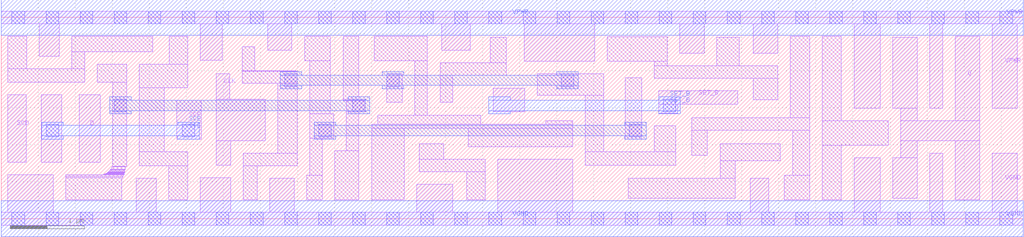
<source format=lef>
# Copyright 2020 The SkyWater PDK Authors
#
# Licensed under the Apache License, Version 2.0 (the "License");
# you may not use this file except in compliance with the License.
# You may obtain a copy of the License at
#
#     https://www.apache.org/licenses/LICENSE-2.0
#
# Unless required by applicable law or agreed to in writing, software
# distributed under the License is distributed on an "AS IS" BASIS,
# WITHOUT WARRANTIES OR CONDITIONS OF ANY KIND, either express or implied.
# See the License for the specific language governing permissions and
# limitations under the License.
#
# SPDX-License-Identifier: Apache-2.0

VERSION 5.7 ;
  NAMESCASESENSITIVE ON ;
  NOWIREEXTENSIONATPIN ON ;
  DIVIDERCHAR "/" ;
  BUSBITCHARS "[]" ;
UNITS
  DATABASE MICRONS 200 ;
END UNITS
MACRO sky130_fd_sc_hd__sdfstp_4
  CLASS CORE ;
  SOURCE USER ;
  FOREIGN sky130_fd_sc_hd__sdfstp_4 ;
  ORIGIN  0.000000  0.000000 ;
  SIZE  13.80000 BY  2.720000 ;
  SYMMETRY X Y R90 ;
  SITE unithd ;
  PIN D
    ANTENNAGATEAREA  0.159000 ;
    DIRECTION INPUT ;
    USE SIGNAL ;
    PORT
      LAYER li1 ;
        RECT 1.050000 0.765000 1.335000 1.675000 ;
    END
  END D
  PIN Q
    ANTENNADIFFAREA  0.891000 ;
    DIRECTION OUTPUT ;
    USE SIGNAL ;
    PORT
      LAYER li1 ;
        RECT 12.040000 0.275000 12.370000 0.825000 ;
        RECT 12.040000 1.495000 12.370000 2.450000 ;
        RECT 12.145000 0.825000 12.370000 1.055000 ;
        RECT 12.145000 1.055000 13.210000 1.325000 ;
        RECT 12.145000 1.325000 12.370000 1.495000 ;
        RECT 12.880000 0.255000 13.210000 1.055000 ;
        RECT 12.880000 1.325000 13.210000 2.465000 ;
    END
  END Q
  PIN SCD
    ANTENNAGATEAREA  0.159000 ;
    DIRECTION INPUT ;
    USE SIGNAL ;
    PORT
      LAYER li1 ;
        RECT 0.085000 0.765000 0.340000 1.675000 ;
    END
  END SCD
  PIN SCE
    ANTENNAGATEAREA  0.318000 ;
    DIRECTION INPUT ;
    USE SIGNAL ;
    PORT
      LAYER li1 ;
        RECT 0.540000 0.765000 0.820000 1.675000 ;
        RECT 2.370000 1.075000 2.700000 1.600000 ;
      LAYER mcon ;
        RECT 0.605000 1.105000 0.775000 1.275000 ;
        RECT 2.445000 1.105000 2.615000 1.275000 ;
      LAYER met1 ;
        RECT 0.545000 1.075000 0.835000 1.120000 ;
        RECT 0.545000 1.120000 2.675000 1.260000 ;
        RECT 0.545000 1.260000 0.835000 1.305000 ;
        RECT 2.385000 1.075000 2.675000 1.120000 ;
        RECT 2.385000 1.260000 2.675000 1.305000 ;
    END
  END SCE
  PIN SET_B
    ANTENNAGATEAREA  0.252000 ;
    DIRECTION INPUT ;
    USE SIGNAL ;
    PORT
      LAYER li1 ;
        RECT 6.640000 1.445000 7.065000 1.765000 ;
        RECT 8.880000 1.425000 9.135000 1.545000 ;
        RECT 8.880000 1.545000 9.945000 1.725000 ;
      LAYER mcon ;
        RECT 8.940000 1.445000 9.110000 1.615000 ;
      LAYER met1 ;
        RECT 6.580000 1.415000 6.870000 1.460000 ;
        RECT 6.580000 1.460000 9.170000 1.600000 ;
        RECT 6.580000 1.600000 6.870000 1.645000 ;
        RECT 8.880000 1.415000 9.170000 1.460000 ;
        RECT 8.880000 1.600000 9.170000 1.645000 ;
    END
  END SET_B
  PIN CLK
    ANTENNAGATEAREA  0.159000 ;
    DIRECTION INPUT ;
    USE CLOCK ;
    PORT
      LAYER li1 ;
        RECT 2.905000 0.725000 3.100000 1.055000 ;
        RECT 2.905000 1.055000 3.565000 1.615000 ;
        RECT 2.905000 1.615000 3.085000 1.960000 ;
    END
  END CLK
  PIN VGND
    DIRECTION INOUT ;
    SHAPE ABUTMENT ;
    USE GROUND ;
    PORT
      LAYER li1 ;
        RECT  0.000000 -0.085000 13.800000 0.085000 ;
        RECT  0.085000  0.085000  0.700000 0.595000 ;
        RECT  1.825000  0.085000  2.090000 0.545000 ;
        RECT  2.690000  0.085000  3.100000 0.555000 ;
        RECT  3.625000  0.085000  3.955000 0.545000 ;
        RECT  5.610000  0.085000  6.095000 0.465000 ;
        RECT  6.705000  0.085000  7.715000 0.805000 ;
        RECT 10.115000  0.085000 10.365000 0.545000 ;
        RECT 11.515000  0.085000 11.870000 0.825000 ;
        RECT 12.540000  0.085000 12.710000 0.885000 ;
        RECT 13.380000  0.085000 13.715000 0.885000 ;
      LAYER mcon ;
        RECT  0.145000 -0.085000  0.315000 0.085000 ;
        RECT  0.605000 -0.085000  0.775000 0.085000 ;
        RECT  1.065000 -0.085000  1.235000 0.085000 ;
        RECT  1.525000 -0.085000  1.695000 0.085000 ;
        RECT  1.985000 -0.085000  2.155000 0.085000 ;
        RECT  2.445000 -0.085000  2.615000 0.085000 ;
        RECT  2.905000 -0.085000  3.075000 0.085000 ;
        RECT  3.365000 -0.085000  3.535000 0.085000 ;
        RECT  3.825000 -0.085000  3.995000 0.085000 ;
        RECT  4.285000 -0.085000  4.455000 0.085000 ;
        RECT  4.745000 -0.085000  4.915000 0.085000 ;
        RECT  5.205000 -0.085000  5.375000 0.085000 ;
        RECT  5.665000 -0.085000  5.835000 0.085000 ;
        RECT  6.125000 -0.085000  6.295000 0.085000 ;
        RECT  6.585000 -0.085000  6.755000 0.085000 ;
        RECT  7.045000 -0.085000  7.215000 0.085000 ;
        RECT  7.505000 -0.085000  7.675000 0.085000 ;
        RECT  7.965000 -0.085000  8.135000 0.085000 ;
        RECT  8.425000 -0.085000  8.595000 0.085000 ;
        RECT  8.885000 -0.085000  9.055000 0.085000 ;
        RECT  9.345000 -0.085000  9.515000 0.085000 ;
        RECT  9.805000 -0.085000  9.975000 0.085000 ;
        RECT 10.265000 -0.085000 10.435000 0.085000 ;
        RECT 10.725000 -0.085000 10.895000 0.085000 ;
        RECT 11.185000 -0.085000 11.355000 0.085000 ;
        RECT 11.645000 -0.085000 11.815000 0.085000 ;
        RECT 12.105000 -0.085000 12.275000 0.085000 ;
        RECT 12.565000 -0.085000 12.735000 0.085000 ;
        RECT 13.025000 -0.085000 13.195000 0.085000 ;
        RECT 13.485000 -0.085000 13.655000 0.085000 ;
      LAYER met1 ;
        RECT 0.000000 -0.240000 13.800000 0.240000 ;
    END
  END VGND
  PIN VPWR
    DIRECTION INOUT ;
    SHAPE ABUTMENT ;
    USE POWER ;
    PORT
      LAYER li1 ;
        RECT  0.000000 2.635000 13.800000 2.805000 ;
        RECT  0.515000 2.195000  0.785000 2.635000 ;
        RECT  2.690000 2.140000  2.985000 2.635000 ;
        RECT  3.595000 2.275000  3.925000 2.635000 ;
        RECT  5.945000 2.275000  6.330000 2.635000 ;
        RECT  7.060000 2.125000  8.015000 2.635000 ;
        RECT  9.160000 2.235000  9.490000 2.635000 ;
        RECT 10.155000 2.235000 10.485000 2.635000 ;
        RECT 11.515000 1.495000 11.870000 2.635000 ;
        RECT 12.540000 1.495000 12.710000 2.635000 ;
        RECT 13.380000 1.495000 13.715000 2.635000 ;
      LAYER mcon ;
        RECT  0.145000 2.635000  0.315000 2.805000 ;
        RECT  0.605000 2.635000  0.775000 2.805000 ;
        RECT  1.065000 2.635000  1.235000 2.805000 ;
        RECT  1.525000 2.635000  1.695000 2.805000 ;
        RECT  1.985000 2.635000  2.155000 2.805000 ;
        RECT  2.445000 2.635000  2.615000 2.805000 ;
        RECT  2.905000 2.635000  3.075000 2.805000 ;
        RECT  3.365000 2.635000  3.535000 2.805000 ;
        RECT  3.825000 2.635000  3.995000 2.805000 ;
        RECT  4.285000 2.635000  4.455000 2.805000 ;
        RECT  4.745000 2.635000  4.915000 2.805000 ;
        RECT  5.205000 2.635000  5.375000 2.805000 ;
        RECT  5.665000 2.635000  5.835000 2.805000 ;
        RECT  6.125000 2.635000  6.295000 2.805000 ;
        RECT  6.585000 2.635000  6.755000 2.805000 ;
        RECT  7.045000 2.635000  7.215000 2.805000 ;
        RECT  7.505000 2.635000  7.675000 2.805000 ;
        RECT  7.965000 2.635000  8.135000 2.805000 ;
        RECT  8.425000 2.635000  8.595000 2.805000 ;
        RECT  8.885000 2.635000  9.055000 2.805000 ;
        RECT  9.345000 2.635000  9.515000 2.805000 ;
        RECT  9.805000 2.635000  9.975000 2.805000 ;
        RECT 10.265000 2.635000 10.435000 2.805000 ;
        RECT 10.725000 2.635000 10.895000 2.805000 ;
        RECT 11.185000 2.635000 11.355000 2.805000 ;
        RECT 11.645000 2.635000 11.815000 2.805000 ;
        RECT 12.105000 2.635000 12.275000 2.805000 ;
        RECT 12.565000 2.635000 12.735000 2.805000 ;
        RECT 13.025000 2.635000 13.195000 2.805000 ;
        RECT 13.485000 2.635000 13.655000 2.805000 ;
      LAYER met1 ;
        RECT 0.000000 2.480000 13.800000 2.960000 ;
    END
  END VPWR
  OBS
    LAYER li1 ;
      RECT  0.085000 1.845000  1.125000 2.025000 ;
      RECT  0.085000 2.025000  0.345000 2.465000 ;
      RECT  0.870000 0.255000  1.625000 0.555000 ;
      RECT  0.870000 0.555000  1.640000 0.575000 ;
      RECT  0.870000 0.575000  1.650000 0.595000 ;
      RECT  0.955000 2.025000  1.125000 2.255000 ;
      RECT  0.955000 2.255000  2.045000 2.465000 ;
      RECT  1.295000 1.845000  1.695000 2.085000 ;
      RECT  1.380000 0.595000  1.660000 0.600000 ;
      RECT  1.395000 0.600000  1.660000 0.605000 ;
      RECT  1.405000 0.605000  1.660000 0.610000 ;
      RECT  1.420000 0.610000  1.660000 0.615000 ;
      RECT  1.430000 0.615000  1.660000 0.620000 ;
      RECT  1.440000 0.620000  1.665000 0.630000 ;
      RECT  1.445000 0.630000  1.665000 0.635000 ;
      RECT  1.460000 0.635000  1.665000 0.645000 ;
      RECT  1.475000 0.645000  1.670000 0.660000 ;
      RECT  1.475000 0.660000  1.675000 0.665000 ;
      RECT  1.495000 0.665000  1.675000 0.705000 ;
      RECT  1.505000 0.705000  1.675000 0.710000 ;
      RECT  1.505000 0.710000  1.695000 1.845000 ;
      RECT  1.865000 0.715000  2.520000 0.905000 ;
      RECT  1.865000 0.905000  2.200000 1.770000 ;
      RECT  1.865000 1.770000  2.520000 2.085000 ;
      RECT  2.260000 0.255000  2.520000 0.715000 ;
      RECT  2.270000 2.085000  2.520000 2.465000 ;
      RECT  3.255000 1.830000  3.995000 1.990000 ;
      RECT  3.255000 1.990000  3.985000 2.000000 ;
      RECT  3.255000 2.000000  3.425000 2.325000 ;
      RECT  3.270000 0.255000  3.455000 0.715000 ;
      RECT  3.270000 0.715000  3.995000 0.885000 ;
      RECT  3.735000 0.885000  3.995000 1.830000 ;
      RECT  4.095000 2.135000  4.440000 2.465000 ;
      RECT  4.125000 0.255000  4.335000 0.585000 ;
      RECT  4.165000 0.585000  4.335000 1.090000 ;
      RECT  4.165000 1.090000  4.490000 1.420000 ;
      RECT  4.165000 1.420000  4.440000 2.135000 ;
      RECT  4.505000 0.255000  4.830000 0.920000 ;
      RECT  4.615000 1.590000  4.915000 1.615000 ;
      RECT  4.615000 1.615000  4.830000 2.465000 ;
      RECT  4.660000 0.920000  4.830000 1.445000 ;
      RECT  4.660000 1.445000  4.915000 1.590000 ;
      RECT  5.000000 0.255000  5.440000 1.225000 ;
      RECT  5.000000 1.225000  7.715000 1.275000 ;
      RECT  5.035000 2.135000  5.755000 2.465000 ;
      RECT  5.085000 1.275000  6.475000 1.395000 ;
      RECT  5.205000 1.575000  5.415000 1.955000 ;
      RECT  5.585000 1.395000  5.755000 2.135000 ;
      RECT  5.645000 0.635000  6.535000 0.805000 ;
      RECT  5.645000 0.805000  5.975000 1.015000 ;
      RECT  5.925000 1.575000  6.095000 1.935000 ;
      RECT  5.925000 1.935000  6.820000 2.105000 ;
      RECT  6.285000 0.255000  6.535000 0.635000 ;
      RECT  6.305000 0.975000  7.715000 1.225000 ;
      RECT  6.605000 2.105000  6.820000 2.450000 ;
      RECT  7.235000 1.670000  8.135000 1.955000 ;
      RECT  7.355000 1.275000  7.715000 1.325000 ;
      RECT  7.885000 0.720000  9.105000 0.905000 ;
      RECT  7.885000 0.905000  8.135000 1.670000 ;
      RECT  8.185000 2.125000  8.990000 2.460000 ;
      RECT  8.425000 1.075000  8.650000 1.905000 ;
      RECT  8.465000 0.275000  9.910000 0.545000 ;
      RECT  8.820000 0.905000  9.105000 1.255000 ;
      RECT  8.820000 1.895000 10.485000 2.065000 ;
      RECT  8.820000 2.065000  8.990000 2.125000 ;
      RECT  9.320000 0.855000  9.530000 1.195000 ;
      RECT  9.320000 1.195000 10.915000 1.365000 ;
      RECT  9.660000 2.065000  9.965000 2.450000 ;
      RECT  9.710000 0.545000  9.910000 0.785000 ;
      RECT  9.710000 0.785000 10.515000 1.015000 ;
      RECT 10.155000 1.605000 10.485000 1.895000 ;
      RECT 10.575000 0.255000 10.915000 0.585000 ;
      RECT 10.655000 1.365000 10.915000 2.465000 ;
      RECT 10.685000 0.585000 10.915000 1.195000 ;
      RECT 11.085000 0.255000 11.345000 0.995000 ;
      RECT 11.085000 0.995000 11.975000 1.325000 ;
      RECT 11.085000 1.325000 11.345000 2.465000 ;
    LAYER mcon ;
      RECT 1.525000 1.445000 1.695000 1.615000 ;
      RECT 3.825000 1.785000 3.995000 1.955000 ;
      RECT 4.285000 1.105000 4.455000 1.275000 ;
      RECT 4.745000 1.445000 4.915000 1.615000 ;
      RECT 5.205000 1.785000 5.375000 1.955000 ;
      RECT 7.560000 1.785000 7.730000 1.955000 ;
      RECT 8.480000 1.105000 8.650000 1.275000 ;
    LAYER met1 ;
      RECT 1.465000 1.415000 1.755000 1.460000 ;
      RECT 1.465000 1.460000 4.975000 1.600000 ;
      RECT 1.465000 1.600000 1.755000 1.645000 ;
      RECT 3.765000 1.755000 4.055000 1.800000 ;
      RECT 3.765000 1.800000 7.790000 1.940000 ;
      RECT 3.765000 1.940000 4.055000 1.985000 ;
      RECT 4.225000 1.075000 4.515000 1.120000 ;
      RECT 4.225000 1.120000 8.710000 1.260000 ;
      RECT 4.225000 1.260000 4.515000 1.305000 ;
      RECT 4.685000 1.415000 4.975000 1.460000 ;
      RECT 4.685000 1.600000 4.975000 1.645000 ;
      RECT 5.145000 1.755000 5.435000 1.800000 ;
      RECT 5.145000 1.940000 5.435000 1.985000 ;
      RECT 7.500000 1.755000 7.790000 1.800000 ;
      RECT 7.500000 1.940000 7.790000 1.985000 ;
      RECT 8.420000 1.075000 8.710000 1.120000 ;
      RECT 8.420000 1.260000 8.710000 1.305000 ;
  END
END sky130_fd_sc_hd__sdfstp_4
END LIBRARY

</source>
